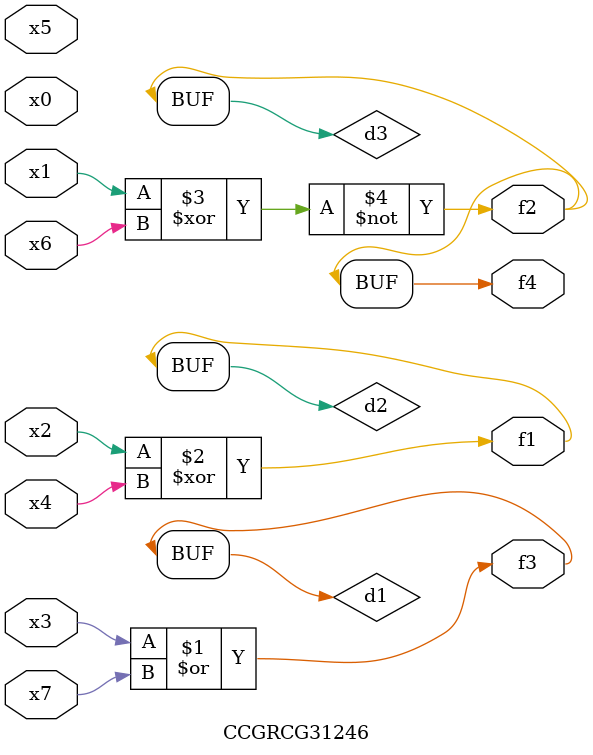
<source format=v>
module CCGRCG31246(
	input x0, x1, x2, x3, x4, x5, x6, x7,
	output f1, f2, f3, f4
);

	wire d1, d2, d3;

	or (d1, x3, x7);
	xor (d2, x2, x4);
	xnor (d3, x1, x6);
	assign f1 = d2;
	assign f2 = d3;
	assign f3 = d1;
	assign f4 = d3;
endmodule

</source>
